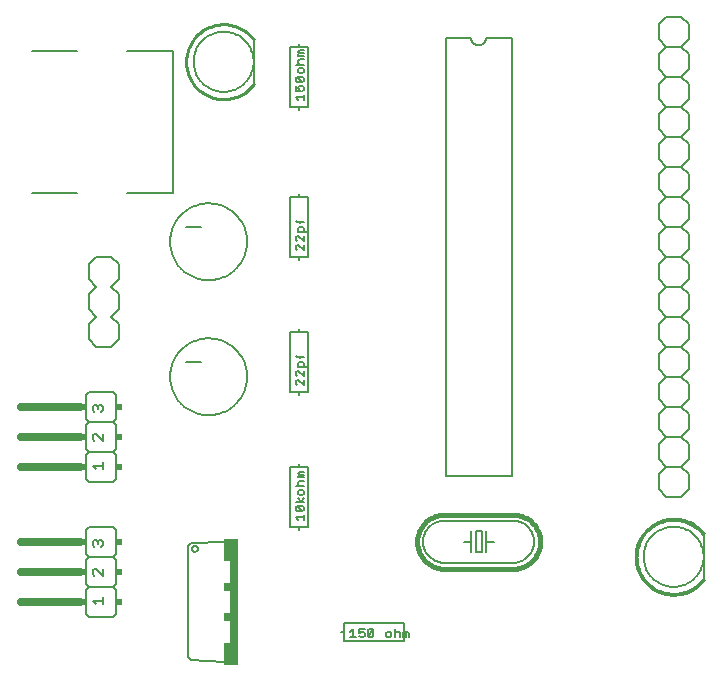
<source format=gto>
G75*
G70*
%OFA0B0*%
%FSLAX24Y24*%
%IPPOS*%
%LPD*%
%AMOC8*
5,1,8,0,0,1.08239X$1,22.5*
%
%ADD10C,0.0060*%
%ADD11C,0.0050*%
%ADD12R,0.0300X0.4200*%
%ADD13R,0.0200X0.0750*%
%ADD14R,0.0200X0.0300*%
%ADD15C,0.0080*%
%ADD16C,0.0100*%
%ADD17C,0.0160*%
%ADD18C,0.0260*%
%ADD19R,0.0200X0.0240*%
%ADD20C,0.0010*%
D10*
X003461Y002280D02*
X003461Y003080D01*
X003561Y003180D01*
X003461Y003280D01*
X003461Y004080D01*
X003561Y004180D01*
X004361Y004180D01*
X004461Y004080D01*
X004461Y003280D01*
X004361Y003180D01*
X004461Y003080D01*
X004461Y002280D01*
X004361Y002180D01*
X003561Y002180D01*
X003461Y002280D01*
X003561Y003180D02*
X004361Y003180D01*
X004361Y004180D02*
X004461Y004280D01*
X004461Y005080D01*
X004361Y005180D01*
X003561Y005180D01*
X003461Y005080D01*
X003461Y004280D01*
X003561Y004180D01*
X003561Y006680D02*
X003461Y006780D01*
X003461Y007580D01*
X003561Y007680D01*
X003461Y007780D01*
X003461Y008580D01*
X003561Y008680D01*
X004361Y008680D01*
X004461Y008580D01*
X004461Y007780D01*
X004361Y007680D01*
X004461Y007580D01*
X004461Y006780D01*
X004361Y006680D01*
X003561Y006680D01*
X003561Y007680D02*
X004361Y007680D01*
X004361Y008680D02*
X004461Y008780D01*
X004461Y009580D01*
X004361Y009680D01*
X003561Y009680D01*
X003461Y009580D01*
X003461Y008780D01*
X003561Y008680D01*
X015461Y006880D02*
X017661Y006880D01*
X017661Y021480D01*
X016811Y021480D01*
X016809Y021450D01*
X016804Y021420D01*
X016795Y021391D01*
X016782Y021364D01*
X016767Y021338D01*
X016748Y021314D01*
X016727Y021293D01*
X016703Y021274D01*
X016677Y021259D01*
X016650Y021246D01*
X016621Y021237D01*
X016591Y021232D01*
X016561Y021230D01*
X016531Y021232D01*
X016501Y021237D01*
X016472Y021246D01*
X016445Y021259D01*
X016419Y021274D01*
X016395Y021293D01*
X016374Y021314D01*
X016355Y021338D01*
X016340Y021364D01*
X016327Y021391D01*
X016318Y021420D01*
X016313Y021450D01*
X016311Y021480D01*
X015461Y021480D01*
X015461Y006880D01*
X015411Y005380D02*
X017711Y005380D01*
X017762Y005378D01*
X017813Y005373D01*
X017863Y005363D01*
X017913Y005350D01*
X017961Y005334D01*
X018008Y005314D01*
X018054Y005290D01*
X018097Y005264D01*
X018139Y005234D01*
X018178Y005201D01*
X018215Y005166D01*
X018249Y005128D01*
X018280Y005087D01*
X018309Y005045D01*
X018334Y005000D01*
X018355Y004954D01*
X018374Y004906D01*
X018388Y004857D01*
X018399Y004807D01*
X018407Y004757D01*
X018411Y004706D01*
X018411Y004654D01*
X018407Y004603D01*
X018399Y004553D01*
X018388Y004503D01*
X018374Y004454D01*
X018355Y004406D01*
X018334Y004360D01*
X018309Y004315D01*
X018280Y004273D01*
X018249Y004232D01*
X018215Y004194D01*
X018178Y004159D01*
X018139Y004126D01*
X018097Y004096D01*
X018054Y004070D01*
X018008Y004046D01*
X017961Y004026D01*
X017913Y004010D01*
X017863Y003997D01*
X017813Y003987D01*
X017762Y003982D01*
X017711Y003980D01*
X015411Y003980D01*
X015360Y003982D01*
X015309Y003987D01*
X015259Y003997D01*
X015209Y004010D01*
X015161Y004026D01*
X015114Y004046D01*
X015068Y004070D01*
X015025Y004096D01*
X014983Y004126D01*
X014944Y004159D01*
X014907Y004194D01*
X014873Y004232D01*
X014842Y004273D01*
X014813Y004315D01*
X014788Y004360D01*
X014767Y004406D01*
X014748Y004454D01*
X014734Y004503D01*
X014723Y004553D01*
X014715Y004603D01*
X014711Y004654D01*
X014711Y004706D01*
X014715Y004757D01*
X014723Y004807D01*
X014734Y004857D01*
X014748Y004906D01*
X014767Y004954D01*
X014788Y005000D01*
X014813Y005045D01*
X014842Y005087D01*
X014873Y005128D01*
X014907Y005166D01*
X014944Y005201D01*
X014983Y005234D01*
X015025Y005264D01*
X015068Y005290D01*
X015114Y005314D01*
X015161Y005334D01*
X015209Y005350D01*
X015259Y005363D01*
X015309Y005373D01*
X015360Y005378D01*
X015411Y005380D01*
X016061Y004680D02*
X016311Y004680D01*
X016311Y004330D01*
X016461Y004330D02*
X016461Y005030D01*
X016661Y005030D01*
X016661Y004330D01*
X016461Y004330D01*
X016811Y004330D02*
X016811Y004680D01*
X017061Y004680D01*
X016811Y004680D02*
X016811Y005030D01*
X016311Y005030D02*
X016311Y004680D01*
X022561Y006430D02*
X022811Y006180D01*
X023311Y006180D01*
X023561Y006430D01*
X023561Y006930D01*
X023311Y007180D01*
X023561Y007430D01*
X023561Y007930D01*
X023311Y008180D01*
X022811Y008180D01*
X022561Y007930D01*
X022561Y007430D01*
X022811Y007180D01*
X023311Y007180D01*
X022811Y007180D02*
X022561Y006930D01*
X022561Y006430D01*
X022811Y008180D02*
X022561Y008430D01*
X022561Y008930D01*
X022811Y009180D01*
X022561Y009430D01*
X022561Y009930D01*
X022811Y010180D01*
X022561Y010430D01*
X022561Y010930D01*
X022811Y011180D01*
X023311Y011180D01*
X023561Y010930D01*
X023561Y010430D01*
X023311Y010180D01*
X023561Y009930D01*
X023561Y009430D01*
X023311Y009180D01*
X023561Y008930D01*
X023561Y008430D01*
X023311Y008180D01*
X023311Y009180D02*
X022811Y009180D01*
X022811Y010180D02*
X023311Y010180D01*
X023311Y011180D02*
X023561Y011430D01*
X023561Y011930D01*
X023311Y012180D01*
X023561Y012430D01*
X023561Y012930D01*
X023311Y013180D01*
X023561Y013430D01*
X023561Y013930D01*
X023311Y014180D01*
X022811Y014180D01*
X022561Y013930D01*
X022561Y013430D01*
X022811Y013180D01*
X023311Y013180D01*
X022811Y013180D02*
X022561Y012930D01*
X022561Y012430D01*
X022811Y012180D01*
X023311Y012180D01*
X022811Y012180D02*
X022561Y011930D01*
X022561Y011430D01*
X022811Y011180D01*
X022811Y014180D02*
X022561Y014430D01*
X022561Y014930D01*
X022811Y015180D01*
X022561Y015430D01*
X022561Y015930D01*
X022811Y016180D01*
X022561Y016430D01*
X022561Y016930D01*
X022811Y017180D01*
X023311Y017180D01*
X023561Y016930D01*
X023561Y016430D01*
X023311Y016180D01*
X023561Y015930D01*
X023561Y015430D01*
X023311Y015180D01*
X023561Y014930D01*
X023561Y014430D01*
X023311Y014180D01*
X023311Y015180D02*
X022811Y015180D01*
X022811Y016180D02*
X023311Y016180D01*
X023311Y017180D02*
X023561Y017430D01*
X023561Y017930D01*
X023311Y018180D01*
X023561Y018430D01*
X023561Y018930D01*
X023311Y019180D01*
X023561Y019430D01*
X023561Y019930D01*
X023311Y020180D01*
X022811Y020180D01*
X022561Y019930D01*
X022561Y019430D01*
X022811Y019180D01*
X023311Y019180D01*
X022811Y019180D02*
X022561Y018930D01*
X022561Y018430D01*
X022811Y018180D01*
X023311Y018180D01*
X022811Y018180D02*
X022561Y017930D01*
X022561Y017430D01*
X022811Y017180D01*
X022811Y020180D02*
X022561Y020430D01*
X022561Y020930D01*
X022811Y021180D01*
X022561Y021430D01*
X022561Y021930D01*
X022811Y022180D01*
X023311Y022180D01*
X023561Y021930D01*
X023561Y021430D01*
X023311Y021180D01*
X023561Y020930D01*
X023561Y020430D01*
X023311Y020180D01*
X023311Y021180D02*
X022811Y021180D01*
X007061Y020680D02*
X007063Y020743D01*
X007069Y020805D01*
X007079Y020867D01*
X007092Y020929D01*
X007110Y020989D01*
X007131Y021048D01*
X007156Y021106D01*
X007185Y021162D01*
X007217Y021216D01*
X007252Y021268D01*
X007290Y021317D01*
X007332Y021365D01*
X007376Y021409D01*
X007424Y021451D01*
X007473Y021489D01*
X007525Y021524D01*
X007579Y021556D01*
X007635Y021585D01*
X007693Y021610D01*
X007752Y021631D01*
X007812Y021649D01*
X007874Y021662D01*
X007936Y021672D01*
X007998Y021678D01*
X008061Y021680D01*
X008124Y021678D01*
X008186Y021672D01*
X008248Y021662D01*
X008310Y021649D01*
X008370Y021631D01*
X008429Y021610D01*
X008487Y021585D01*
X008543Y021556D01*
X008597Y021524D01*
X008649Y021489D01*
X008698Y021451D01*
X008746Y021409D01*
X008790Y021365D01*
X008832Y021317D01*
X008870Y021268D01*
X008905Y021216D01*
X008937Y021162D01*
X008966Y021106D01*
X008991Y021048D01*
X009012Y020989D01*
X009030Y020929D01*
X009043Y020867D01*
X009053Y020805D01*
X009059Y020743D01*
X009061Y020680D01*
X009059Y020617D01*
X009053Y020555D01*
X009043Y020493D01*
X009030Y020431D01*
X009012Y020371D01*
X008991Y020312D01*
X008966Y020254D01*
X008937Y020198D01*
X008905Y020144D01*
X008870Y020092D01*
X008832Y020043D01*
X008790Y019995D01*
X008746Y019951D01*
X008698Y019909D01*
X008649Y019871D01*
X008597Y019836D01*
X008543Y019804D01*
X008487Y019775D01*
X008429Y019750D01*
X008370Y019729D01*
X008310Y019711D01*
X008248Y019698D01*
X008186Y019688D01*
X008124Y019682D01*
X008061Y019680D01*
X007998Y019682D01*
X007936Y019688D01*
X007874Y019698D01*
X007812Y019711D01*
X007752Y019729D01*
X007693Y019750D01*
X007635Y019775D01*
X007579Y019804D01*
X007525Y019836D01*
X007473Y019871D01*
X007424Y019909D01*
X007376Y019951D01*
X007332Y019995D01*
X007290Y020043D01*
X007252Y020092D01*
X007217Y020144D01*
X007185Y020198D01*
X007156Y020254D01*
X007131Y020312D01*
X007110Y020371D01*
X007092Y020431D01*
X007079Y020493D01*
X007069Y020555D01*
X007063Y020617D01*
X007061Y020680D01*
X022061Y004180D02*
X022063Y004243D01*
X022069Y004305D01*
X022079Y004367D01*
X022092Y004429D01*
X022110Y004489D01*
X022131Y004548D01*
X022156Y004606D01*
X022185Y004662D01*
X022217Y004716D01*
X022252Y004768D01*
X022290Y004817D01*
X022332Y004865D01*
X022376Y004909D01*
X022424Y004951D01*
X022473Y004989D01*
X022525Y005024D01*
X022579Y005056D01*
X022635Y005085D01*
X022693Y005110D01*
X022752Y005131D01*
X022812Y005149D01*
X022874Y005162D01*
X022936Y005172D01*
X022998Y005178D01*
X023061Y005180D01*
X023124Y005178D01*
X023186Y005172D01*
X023248Y005162D01*
X023310Y005149D01*
X023370Y005131D01*
X023429Y005110D01*
X023487Y005085D01*
X023543Y005056D01*
X023597Y005024D01*
X023649Y004989D01*
X023698Y004951D01*
X023746Y004909D01*
X023790Y004865D01*
X023832Y004817D01*
X023870Y004768D01*
X023905Y004716D01*
X023937Y004662D01*
X023966Y004606D01*
X023991Y004548D01*
X024012Y004489D01*
X024030Y004429D01*
X024043Y004367D01*
X024053Y004305D01*
X024059Y004243D01*
X024061Y004180D01*
X024059Y004117D01*
X024053Y004055D01*
X024043Y003993D01*
X024030Y003931D01*
X024012Y003871D01*
X023991Y003812D01*
X023966Y003754D01*
X023937Y003698D01*
X023905Y003644D01*
X023870Y003592D01*
X023832Y003543D01*
X023790Y003495D01*
X023746Y003451D01*
X023698Y003409D01*
X023649Y003371D01*
X023597Y003336D01*
X023543Y003304D01*
X023487Y003275D01*
X023429Y003250D01*
X023370Y003229D01*
X023310Y003211D01*
X023248Y003198D01*
X023186Y003188D01*
X023124Y003182D01*
X023061Y003180D01*
X022998Y003182D01*
X022936Y003188D01*
X022874Y003198D01*
X022812Y003211D01*
X022752Y003229D01*
X022693Y003250D01*
X022635Y003275D01*
X022579Y003304D01*
X022525Y003336D01*
X022473Y003371D01*
X022424Y003409D01*
X022376Y003451D01*
X022332Y003495D01*
X022290Y003543D01*
X022252Y003592D01*
X022217Y003644D01*
X022185Y003698D01*
X022156Y003754D01*
X022131Y003812D01*
X022110Y003871D01*
X022092Y003931D01*
X022079Y003993D01*
X022069Y004055D01*
X022063Y004117D01*
X022061Y004180D01*
D11*
X014234Y001640D02*
X014234Y001505D01*
X014144Y001505D02*
X014144Y001640D01*
X014189Y001685D01*
X014234Y001640D01*
X014144Y001640D02*
X014099Y001685D01*
X014054Y001685D01*
X014054Y001505D01*
X013940Y001505D02*
X013940Y001640D01*
X013895Y001685D01*
X013805Y001685D01*
X013760Y001640D01*
X013645Y001640D02*
X013645Y001550D01*
X013600Y001505D01*
X013510Y001505D01*
X013465Y001550D01*
X013465Y001640D01*
X013510Y001685D01*
X013600Y001685D01*
X013645Y001640D01*
X013760Y001775D02*
X013760Y001505D01*
X013056Y001550D02*
X013011Y001505D01*
X012921Y001505D01*
X012876Y001550D01*
X013056Y001730D01*
X013056Y001550D01*
X013056Y001730D02*
X013011Y001775D01*
X012921Y001775D01*
X012876Y001730D01*
X012876Y001550D01*
X012761Y001550D02*
X012716Y001505D01*
X012626Y001505D01*
X012581Y001550D01*
X012581Y001640D02*
X012671Y001685D01*
X012716Y001685D01*
X012761Y001640D01*
X012761Y001550D01*
X012581Y001640D02*
X012581Y001775D01*
X012761Y001775D01*
X012466Y001505D02*
X012286Y001505D01*
X012376Y001505D02*
X012376Y001775D01*
X012286Y001685D01*
X010736Y005405D02*
X010736Y005585D01*
X010736Y005495D02*
X010466Y005495D01*
X010556Y005405D01*
X010511Y005700D02*
X010466Y005745D01*
X010466Y005835D01*
X010511Y005880D01*
X010691Y005700D01*
X010736Y005745D01*
X010736Y005835D01*
X010691Y005880D01*
X010511Y005880D01*
X010466Y005994D02*
X010736Y005994D01*
X010646Y005994D02*
X010556Y006129D01*
X010601Y006240D02*
X010691Y006240D01*
X010736Y006285D01*
X010736Y006375D01*
X010691Y006420D01*
X010601Y006420D01*
X010556Y006375D01*
X010556Y006285D01*
X010601Y006240D01*
X010736Y006129D02*
X010646Y005994D01*
X010691Y005700D02*
X010511Y005700D01*
X010466Y006534D02*
X010736Y006534D01*
X010601Y006534D02*
X010556Y006580D01*
X010556Y006670D01*
X010601Y006715D01*
X010736Y006715D01*
X010736Y006829D02*
X010556Y006829D01*
X010556Y006874D01*
X010601Y006919D01*
X010556Y006964D01*
X010601Y007009D01*
X010736Y007009D01*
X010736Y006919D02*
X010601Y006919D01*
X008111Y004680D02*
X006961Y004630D01*
X006861Y004530D01*
X006861Y000830D01*
X006961Y000730D01*
X008111Y000680D01*
X004036Y002605D02*
X004036Y002832D01*
X004036Y002718D02*
X003696Y002718D01*
X003809Y002605D01*
X003753Y003555D02*
X003696Y003612D01*
X003696Y003725D01*
X003753Y003782D01*
X003809Y003782D01*
X004036Y003555D01*
X004036Y003782D01*
X003980Y004505D02*
X004036Y004562D01*
X004036Y004675D01*
X003980Y004732D01*
X003923Y004732D01*
X003866Y004675D01*
X003866Y004618D01*
X003866Y004675D02*
X003809Y004732D01*
X003753Y004732D01*
X003696Y004675D01*
X003696Y004562D01*
X003753Y004505D01*
X003809Y007105D02*
X003696Y007218D01*
X004036Y007218D01*
X004036Y007105D02*
X004036Y007332D01*
X004036Y008055D02*
X003809Y008282D01*
X003753Y008282D01*
X003696Y008225D01*
X003696Y008112D01*
X003753Y008055D01*
X004036Y008055D02*
X004036Y008282D01*
X003980Y009005D02*
X004036Y009062D01*
X004036Y009175D01*
X003980Y009232D01*
X003923Y009232D01*
X003866Y009175D01*
X003866Y009118D01*
X003866Y009175D02*
X003809Y009232D01*
X003753Y009232D01*
X003696Y009175D01*
X003696Y009062D01*
X003753Y009005D01*
X007001Y004450D02*
X007003Y004470D01*
X007009Y004488D01*
X007018Y004506D01*
X007030Y004521D01*
X007045Y004533D01*
X007063Y004542D01*
X007081Y004548D01*
X007101Y004550D01*
X007121Y004548D01*
X007139Y004542D01*
X007157Y004533D01*
X007172Y004521D01*
X007184Y004506D01*
X007193Y004488D01*
X007199Y004470D01*
X007201Y004450D01*
X007199Y004430D01*
X007193Y004412D01*
X007184Y004394D01*
X007172Y004379D01*
X007157Y004367D01*
X007139Y004358D01*
X007121Y004352D01*
X007101Y004350D01*
X007081Y004352D01*
X007063Y004358D01*
X007045Y004367D01*
X007030Y004379D01*
X007018Y004394D01*
X007009Y004412D01*
X007003Y004430D01*
X007001Y004450D01*
X010511Y009905D02*
X010466Y009950D01*
X010466Y010040D01*
X010511Y010085D01*
X010556Y010085D01*
X010736Y009905D01*
X010736Y010085D01*
X010736Y010200D02*
X010556Y010380D01*
X010511Y010380D01*
X010466Y010335D01*
X010466Y010245D01*
X010511Y010200D01*
X010736Y010200D02*
X010736Y010380D01*
X010736Y010494D02*
X010736Y010629D01*
X010691Y010674D01*
X010601Y010674D01*
X010556Y010629D01*
X010556Y010494D01*
X010826Y010494D01*
X010736Y010834D02*
X010511Y010834D01*
X010466Y010879D01*
X010601Y010879D02*
X010601Y010789D01*
X010511Y014405D02*
X010466Y014450D01*
X010466Y014540D01*
X010511Y014585D01*
X010556Y014585D01*
X010736Y014405D01*
X010736Y014585D01*
X010736Y014700D02*
X010556Y014880D01*
X010511Y014880D01*
X010466Y014835D01*
X010466Y014745D01*
X010511Y014700D01*
X010736Y014700D02*
X010736Y014880D01*
X010736Y014994D02*
X010736Y015129D01*
X010691Y015174D01*
X010601Y015174D01*
X010556Y015129D01*
X010556Y014994D01*
X010826Y014994D01*
X010601Y015289D02*
X010601Y015379D01*
X010511Y015334D02*
X010736Y015334D01*
X010511Y015334D02*
X010466Y015379D01*
X010556Y019405D02*
X010466Y019495D01*
X010736Y019495D01*
X010736Y019405D02*
X010736Y019585D01*
X010691Y019700D02*
X010736Y019745D01*
X010736Y019835D01*
X010691Y019880D01*
X010601Y019880D01*
X010556Y019835D01*
X010556Y019790D01*
X010601Y019700D01*
X010466Y019700D01*
X010466Y019880D01*
X010511Y019994D02*
X010466Y020039D01*
X010466Y020129D01*
X010511Y020174D01*
X010691Y019994D01*
X010736Y020039D01*
X010736Y020129D01*
X010691Y020174D01*
X010511Y020174D01*
X010601Y020289D02*
X010691Y020289D01*
X010736Y020334D01*
X010736Y020424D01*
X010691Y020469D01*
X010601Y020469D01*
X010556Y020424D01*
X010556Y020334D01*
X010601Y020289D01*
X010691Y019994D02*
X010511Y019994D01*
X010466Y020584D02*
X010736Y020584D01*
X010601Y020584D02*
X010556Y020629D01*
X010556Y020719D01*
X010601Y020764D01*
X010736Y020764D01*
X010736Y020878D02*
X010556Y020878D01*
X010556Y020923D01*
X010601Y020968D01*
X010556Y021013D01*
X010601Y021058D01*
X010736Y021058D01*
X010736Y020968D02*
X010601Y020968D01*
D12*
X008411Y002680D03*
D13*
X008161Y000955D03*
X008161Y004405D03*
D14*
X008161Y003180D03*
X008161Y002180D03*
D15*
X010261Y005180D02*
X010561Y005180D01*
X010561Y005080D01*
X010561Y005180D02*
X010861Y005180D01*
X010861Y007180D01*
X010561Y007180D01*
X010561Y007280D01*
X010561Y007180D02*
X010261Y007180D01*
X010261Y005180D01*
X012061Y001980D02*
X012061Y001680D01*
X011961Y001680D01*
X012061Y001680D02*
X012061Y001380D01*
X014061Y001380D01*
X014061Y001680D01*
X014161Y001680D01*
X014061Y001680D02*
X014061Y001980D01*
X012061Y001980D01*
X010561Y009580D02*
X010561Y009680D01*
X010261Y009680D01*
X010261Y011680D01*
X010561Y011680D01*
X010561Y011780D01*
X010561Y011680D02*
X010861Y011680D01*
X010861Y009680D01*
X010561Y009680D01*
X006281Y010180D02*
X006283Y010251D01*
X006289Y010322D01*
X006299Y010393D01*
X006313Y010462D01*
X006330Y010531D01*
X006352Y010599D01*
X006377Y010666D01*
X006406Y010731D01*
X006438Y010794D01*
X006474Y010856D01*
X006513Y010915D01*
X006556Y010972D01*
X006601Y011027D01*
X006650Y011079D01*
X006701Y011128D01*
X006755Y011174D01*
X006812Y011218D01*
X006870Y011258D01*
X006931Y011294D01*
X006994Y011328D01*
X007059Y011357D01*
X007125Y011383D01*
X007193Y011406D01*
X007261Y011424D01*
X007331Y011439D01*
X007401Y011450D01*
X007472Y011457D01*
X007543Y011460D01*
X007614Y011459D01*
X007685Y011454D01*
X007756Y011445D01*
X007826Y011432D01*
X007895Y011416D01*
X007963Y011395D01*
X008030Y011371D01*
X008096Y011343D01*
X008159Y011311D01*
X008221Y011276D01*
X008281Y011238D01*
X008339Y011196D01*
X008394Y011152D01*
X008447Y011104D01*
X008497Y011053D01*
X008544Y011000D01*
X008588Y010944D01*
X008629Y010886D01*
X008667Y010825D01*
X008701Y010763D01*
X008731Y010698D01*
X008758Y010633D01*
X008782Y010565D01*
X008801Y010497D01*
X008817Y010428D01*
X008829Y010357D01*
X008837Y010287D01*
X008841Y010216D01*
X008841Y010144D01*
X008837Y010073D01*
X008829Y010003D01*
X008817Y009932D01*
X008801Y009863D01*
X008782Y009795D01*
X008758Y009727D01*
X008731Y009662D01*
X008701Y009597D01*
X008667Y009535D01*
X008629Y009474D01*
X008588Y009416D01*
X008544Y009360D01*
X008497Y009307D01*
X008447Y009256D01*
X008394Y009208D01*
X008339Y009164D01*
X008281Y009122D01*
X008221Y009084D01*
X008159Y009049D01*
X008096Y009017D01*
X008030Y008989D01*
X007963Y008965D01*
X007895Y008944D01*
X007826Y008928D01*
X007756Y008915D01*
X007685Y008906D01*
X007614Y008901D01*
X007543Y008900D01*
X007472Y008903D01*
X007401Y008910D01*
X007331Y008921D01*
X007261Y008936D01*
X007193Y008954D01*
X007125Y008977D01*
X007059Y009003D01*
X006994Y009032D01*
X006931Y009066D01*
X006870Y009102D01*
X006812Y009142D01*
X006755Y009186D01*
X006701Y009232D01*
X006650Y009281D01*
X006601Y009333D01*
X006556Y009388D01*
X006513Y009445D01*
X006474Y009504D01*
X006438Y009566D01*
X006406Y009629D01*
X006377Y009694D01*
X006352Y009761D01*
X006330Y009829D01*
X006313Y009898D01*
X006299Y009967D01*
X006289Y010038D01*
X006283Y010109D01*
X006281Y010180D01*
X006811Y010680D02*
X007311Y010680D01*
X004561Y011430D02*
X004561Y011930D01*
X004311Y012180D01*
X004561Y012430D01*
X004561Y012930D01*
X004311Y013180D01*
X004561Y013430D01*
X004561Y013930D01*
X004311Y014180D01*
X003811Y014180D01*
X003561Y013930D01*
X003561Y013430D01*
X003811Y013180D01*
X003561Y012930D01*
X003561Y012430D01*
X003811Y012180D01*
X003561Y011930D01*
X003561Y011430D01*
X003811Y011180D01*
X004311Y011180D01*
X004561Y011430D01*
X006281Y014680D02*
X006283Y014751D01*
X006289Y014822D01*
X006299Y014893D01*
X006313Y014962D01*
X006330Y015031D01*
X006352Y015099D01*
X006377Y015166D01*
X006406Y015231D01*
X006438Y015294D01*
X006474Y015356D01*
X006513Y015415D01*
X006556Y015472D01*
X006601Y015527D01*
X006650Y015579D01*
X006701Y015628D01*
X006755Y015674D01*
X006812Y015718D01*
X006870Y015758D01*
X006931Y015794D01*
X006994Y015828D01*
X007059Y015857D01*
X007125Y015883D01*
X007193Y015906D01*
X007261Y015924D01*
X007331Y015939D01*
X007401Y015950D01*
X007472Y015957D01*
X007543Y015960D01*
X007614Y015959D01*
X007685Y015954D01*
X007756Y015945D01*
X007826Y015932D01*
X007895Y015916D01*
X007963Y015895D01*
X008030Y015871D01*
X008096Y015843D01*
X008159Y015811D01*
X008221Y015776D01*
X008281Y015738D01*
X008339Y015696D01*
X008394Y015652D01*
X008447Y015604D01*
X008497Y015553D01*
X008544Y015500D01*
X008588Y015444D01*
X008629Y015386D01*
X008667Y015325D01*
X008701Y015263D01*
X008731Y015198D01*
X008758Y015133D01*
X008782Y015065D01*
X008801Y014997D01*
X008817Y014928D01*
X008829Y014857D01*
X008837Y014787D01*
X008841Y014716D01*
X008841Y014644D01*
X008837Y014573D01*
X008829Y014503D01*
X008817Y014432D01*
X008801Y014363D01*
X008782Y014295D01*
X008758Y014227D01*
X008731Y014162D01*
X008701Y014097D01*
X008667Y014035D01*
X008629Y013974D01*
X008588Y013916D01*
X008544Y013860D01*
X008497Y013807D01*
X008447Y013756D01*
X008394Y013708D01*
X008339Y013664D01*
X008281Y013622D01*
X008221Y013584D01*
X008159Y013549D01*
X008096Y013517D01*
X008030Y013489D01*
X007963Y013465D01*
X007895Y013444D01*
X007826Y013428D01*
X007756Y013415D01*
X007685Y013406D01*
X007614Y013401D01*
X007543Y013400D01*
X007472Y013403D01*
X007401Y013410D01*
X007331Y013421D01*
X007261Y013436D01*
X007193Y013454D01*
X007125Y013477D01*
X007059Y013503D01*
X006994Y013532D01*
X006931Y013566D01*
X006870Y013602D01*
X006812Y013642D01*
X006755Y013686D01*
X006701Y013732D01*
X006650Y013781D01*
X006601Y013833D01*
X006556Y013888D01*
X006513Y013945D01*
X006474Y014004D01*
X006438Y014066D01*
X006406Y014129D01*
X006377Y014194D01*
X006352Y014261D01*
X006330Y014329D01*
X006313Y014398D01*
X006299Y014467D01*
X006289Y014538D01*
X006283Y014609D01*
X006281Y014680D01*
X006811Y015180D02*
X007311Y015180D01*
X006360Y016318D02*
X006360Y021042D01*
X004825Y021042D01*
X003171Y021042D02*
X001675Y021042D01*
X001675Y016318D02*
X003171Y016318D01*
X004825Y016318D02*
X006360Y016318D01*
X010261Y016180D02*
X010261Y014180D01*
X010561Y014180D01*
X010561Y014080D01*
X010561Y014180D02*
X010861Y014180D01*
X010861Y016180D01*
X010561Y016180D01*
X010561Y016280D01*
X010561Y016180D02*
X010261Y016180D01*
X010561Y019080D02*
X010561Y019180D01*
X010261Y019180D01*
X010261Y021180D01*
X010561Y021180D01*
X010561Y021280D01*
X010561Y021180D02*
X010861Y021180D01*
X010861Y019180D01*
X010561Y019180D01*
X009061Y019930D02*
X009061Y021430D01*
X024061Y004930D02*
X024061Y003430D01*
D16*
X009061Y019930D02*
X009018Y019876D01*
X008972Y019824D01*
X008923Y019775D01*
X008871Y019728D01*
X008817Y019685D01*
X008761Y019644D01*
X008702Y019607D01*
X008642Y019573D01*
X008579Y019543D01*
X008516Y019516D01*
X008450Y019492D01*
X008384Y019472D01*
X008316Y019456D01*
X008248Y019444D01*
X008179Y019436D01*
X008110Y019431D01*
X008040Y019430D01*
X007971Y019433D01*
X007902Y019440D01*
X007834Y019451D01*
X007766Y019465D01*
X007699Y019484D01*
X007633Y019506D01*
X007568Y019531D01*
X007505Y019560D01*
X007444Y019593D01*
X007385Y019629D01*
X007328Y019668D01*
X007272Y019710D01*
X007220Y019755D01*
X007170Y019803D01*
X007123Y019854D01*
X007078Y019908D01*
X007037Y019963D01*
X006999Y020021D01*
X006964Y020081D01*
X006932Y020143D01*
X006904Y020206D01*
X006880Y020271D01*
X006859Y020337D01*
X006842Y020405D01*
X006828Y020473D01*
X006819Y020542D01*
X006813Y020611D01*
X006811Y020680D01*
X006813Y020749D01*
X006819Y020818D01*
X006828Y020887D01*
X006842Y020955D01*
X006859Y021023D01*
X006880Y021089D01*
X006904Y021154D01*
X006932Y021217D01*
X006964Y021279D01*
X006999Y021339D01*
X007037Y021397D01*
X007078Y021452D01*
X007123Y021506D01*
X007170Y021557D01*
X007220Y021605D01*
X007272Y021650D01*
X007328Y021692D01*
X007385Y021731D01*
X007444Y021767D01*
X007505Y021800D01*
X007568Y021829D01*
X007633Y021854D01*
X007699Y021876D01*
X007766Y021895D01*
X007834Y021909D01*
X007902Y021920D01*
X007971Y021927D01*
X008040Y021930D01*
X008110Y021929D01*
X008179Y021924D01*
X008248Y021916D01*
X008316Y021904D01*
X008384Y021888D01*
X008450Y021868D01*
X008516Y021844D01*
X008579Y021817D01*
X008642Y021787D01*
X008702Y021753D01*
X008761Y021716D01*
X008817Y021675D01*
X008871Y021632D01*
X008923Y021585D01*
X008972Y021536D01*
X009018Y021484D01*
X009061Y021430D01*
D17*
X015411Y005580D02*
X017711Y005580D01*
X017770Y005578D01*
X017828Y005572D01*
X017887Y005563D01*
X017944Y005549D01*
X018000Y005532D01*
X018055Y005511D01*
X018109Y005487D01*
X018161Y005459D01*
X018211Y005428D01*
X018259Y005394D01*
X018304Y005357D01*
X018347Y005316D01*
X018388Y005273D01*
X018425Y005228D01*
X018459Y005180D01*
X018490Y005130D01*
X018518Y005078D01*
X018542Y005024D01*
X018563Y004969D01*
X018580Y004913D01*
X018594Y004856D01*
X018603Y004797D01*
X018609Y004739D01*
X018611Y004680D01*
X018609Y004621D01*
X018603Y004563D01*
X018594Y004504D01*
X018580Y004447D01*
X018563Y004391D01*
X018542Y004336D01*
X018518Y004282D01*
X018490Y004230D01*
X018459Y004180D01*
X018425Y004132D01*
X018388Y004087D01*
X018347Y004044D01*
X018304Y004003D01*
X018259Y003966D01*
X018211Y003932D01*
X018161Y003901D01*
X018109Y003873D01*
X018055Y003849D01*
X018000Y003828D01*
X017944Y003811D01*
X017887Y003797D01*
X017828Y003788D01*
X017770Y003782D01*
X017711Y003780D01*
X015411Y003780D01*
X015352Y003782D01*
X015294Y003788D01*
X015235Y003797D01*
X015178Y003811D01*
X015122Y003828D01*
X015067Y003849D01*
X015013Y003873D01*
X014961Y003901D01*
X014911Y003932D01*
X014863Y003966D01*
X014818Y004003D01*
X014775Y004044D01*
X014734Y004087D01*
X014697Y004132D01*
X014663Y004180D01*
X014632Y004230D01*
X014604Y004282D01*
X014580Y004336D01*
X014559Y004391D01*
X014542Y004447D01*
X014528Y004504D01*
X014519Y004563D01*
X014513Y004621D01*
X014511Y004680D01*
X014513Y004739D01*
X014519Y004797D01*
X014528Y004856D01*
X014542Y004913D01*
X014559Y004969D01*
X014580Y005024D01*
X014604Y005078D01*
X014632Y005130D01*
X014663Y005180D01*
X014697Y005228D01*
X014734Y005273D01*
X014775Y005316D01*
X014818Y005357D01*
X014863Y005394D01*
X014911Y005428D01*
X014961Y005459D01*
X015013Y005487D01*
X015067Y005511D01*
X015122Y005532D01*
X015178Y005549D01*
X015235Y005563D01*
X015294Y005572D01*
X015352Y005578D01*
X015411Y005580D01*
D18*
X003261Y002680D02*
X001311Y002680D01*
X001311Y003680D02*
X003261Y003680D01*
X003261Y004680D02*
X001311Y004680D01*
X001311Y007180D02*
X003261Y007180D01*
X003261Y008180D02*
X001311Y008180D01*
X001311Y009180D02*
X003261Y009180D01*
D19*
X003361Y009180D03*
X003361Y008180D03*
X003361Y007180D03*
X004561Y007180D03*
X004561Y008180D03*
X004561Y009180D03*
X004561Y004680D03*
X004561Y003680D03*
X004561Y002680D03*
X003361Y002680D03*
X003361Y003680D03*
X003361Y004680D03*
D20*
X024093Y004960D02*
X024021Y004906D01*
X024022Y004907D02*
X023979Y004960D01*
X023934Y005011D01*
X023885Y005059D01*
X023834Y005104D01*
X023780Y005147D01*
X023724Y005186D01*
X023666Y005222D01*
X023606Y005255D01*
X023545Y005284D01*
X023481Y005309D01*
X023417Y005331D01*
X023351Y005350D01*
X023284Y005364D01*
X023217Y005375D01*
X023149Y005382D01*
X023081Y005385D01*
X023012Y005384D01*
X022944Y005379D01*
X022876Y005371D01*
X022809Y005358D01*
X022743Y005342D01*
X022678Y005322D01*
X022613Y005299D01*
X022551Y005272D01*
X022490Y005241D01*
X022431Y005207D01*
X022373Y005170D01*
X022318Y005129D01*
X022266Y005085D01*
X022216Y005039D01*
X022169Y004990D01*
X022124Y004938D01*
X022083Y004884D01*
X022044Y004827D01*
X022009Y004768D01*
X021978Y004708D01*
X021950Y004646D01*
X021925Y004582D01*
X021904Y004517D01*
X021887Y004451D01*
X021873Y004384D01*
X021864Y004316D01*
X021858Y004248D01*
X021856Y004180D01*
X021858Y004112D01*
X021864Y004044D01*
X021873Y003976D01*
X021887Y003909D01*
X021904Y003843D01*
X021925Y003778D01*
X021950Y003714D01*
X021978Y003652D01*
X022009Y003592D01*
X022044Y003533D01*
X022083Y003476D01*
X022124Y003422D01*
X022169Y003370D01*
X022216Y003321D01*
X022266Y003275D01*
X022318Y003231D01*
X022373Y003190D01*
X022431Y003153D01*
X022490Y003119D01*
X022551Y003088D01*
X022613Y003061D01*
X022678Y003038D01*
X022743Y003018D01*
X022809Y003002D01*
X022876Y002989D01*
X022944Y002981D01*
X023012Y002976D01*
X023081Y002975D01*
X023149Y002978D01*
X023217Y002985D01*
X023284Y002996D01*
X023351Y003010D01*
X023417Y003029D01*
X023481Y003051D01*
X023545Y003076D01*
X023606Y003105D01*
X023666Y003138D01*
X023724Y003174D01*
X023780Y003213D01*
X023834Y003256D01*
X023885Y003301D01*
X023934Y003349D01*
X023979Y003400D01*
X024022Y003453D01*
X024093Y003400D01*
X024094Y003399D01*
X024050Y003344D01*
X024002Y003291D01*
X023952Y003240D01*
X023899Y003193D01*
X023844Y003149D01*
X023786Y003107D01*
X023726Y003069D01*
X023665Y003034D01*
X023601Y003003D01*
X023536Y002975D01*
X023469Y002951D01*
X023401Y002930D01*
X023332Y002914D01*
X023262Y002901D01*
X023192Y002892D01*
X023121Y002886D01*
X023050Y002885D01*
X022979Y002888D01*
X022908Y002894D01*
X022838Y002904D01*
X022769Y002918D01*
X022700Y002936D01*
X022632Y002958D01*
X022566Y002983D01*
X022501Y003012D01*
X022438Y003045D01*
X022377Y003081D01*
X022318Y003120D01*
X022261Y003162D01*
X022206Y003207D01*
X022154Y003256D01*
X022105Y003307D01*
X022058Y003360D01*
X022015Y003417D01*
X021975Y003475D01*
X021938Y003536D01*
X021904Y003598D01*
X021874Y003662D01*
X021847Y003728D01*
X021824Y003795D01*
X021805Y003864D01*
X021790Y003933D01*
X021778Y004003D01*
X021770Y004074D01*
X021766Y004145D01*
X021766Y004215D01*
X021770Y004286D01*
X021778Y004357D01*
X021790Y004427D01*
X021805Y004496D01*
X021824Y004565D01*
X021847Y004632D01*
X021874Y004698D01*
X021904Y004762D01*
X021938Y004824D01*
X021975Y004885D01*
X022015Y004943D01*
X022058Y005000D01*
X022105Y005053D01*
X022154Y005104D01*
X022206Y005153D01*
X022261Y005198D01*
X022318Y005240D01*
X022377Y005279D01*
X022438Y005315D01*
X022501Y005348D01*
X022566Y005377D01*
X022632Y005402D01*
X022700Y005424D01*
X022769Y005442D01*
X022838Y005456D01*
X022908Y005466D01*
X022979Y005472D01*
X023050Y005475D01*
X023121Y005474D01*
X023192Y005468D01*
X023262Y005459D01*
X023332Y005446D01*
X023401Y005430D01*
X023469Y005409D01*
X023536Y005385D01*
X023601Y005357D01*
X023665Y005326D01*
X023726Y005291D01*
X023786Y005253D01*
X023844Y005211D01*
X023899Y005167D01*
X023952Y005120D01*
X024002Y005069D01*
X024050Y005016D01*
X024094Y004961D01*
X024087Y004956D01*
X024042Y005011D01*
X023995Y005064D01*
X023944Y005115D01*
X023891Y005162D01*
X023835Y005207D01*
X023777Y005248D01*
X023717Y005286D01*
X023655Y005321D01*
X023591Y005352D01*
X023525Y005379D01*
X023458Y005403D01*
X023389Y005423D01*
X023320Y005440D01*
X023250Y005452D01*
X023179Y005461D01*
X023108Y005465D01*
X023037Y005466D01*
X022966Y005462D01*
X022895Y005455D01*
X022824Y005444D01*
X022755Y005429D01*
X022686Y005410D01*
X022618Y005387D01*
X022552Y005361D01*
X022487Y005331D01*
X022425Y005297D01*
X022364Y005261D01*
X022305Y005220D01*
X022248Y005177D01*
X022194Y005130D01*
X022143Y005081D01*
X022095Y005028D01*
X022049Y004974D01*
X022007Y004916D01*
X021968Y004857D01*
X021932Y004795D01*
X021899Y004732D01*
X021871Y004667D01*
X021845Y004600D01*
X021824Y004532D01*
X021806Y004463D01*
X021793Y004393D01*
X021783Y004322D01*
X021777Y004251D01*
X021775Y004180D01*
X021777Y004109D01*
X021783Y004038D01*
X021793Y003967D01*
X021806Y003897D01*
X021824Y003828D01*
X021845Y003760D01*
X021871Y003693D01*
X021899Y003628D01*
X021932Y003565D01*
X021968Y003503D01*
X022007Y003444D01*
X022049Y003386D01*
X022095Y003332D01*
X022143Y003279D01*
X022194Y003230D01*
X022248Y003183D01*
X022305Y003140D01*
X022364Y003099D01*
X022425Y003063D01*
X022487Y003029D01*
X022552Y002999D01*
X022618Y002973D01*
X022686Y002950D01*
X022755Y002931D01*
X022824Y002916D01*
X022895Y002905D01*
X022966Y002898D01*
X023037Y002894D01*
X023108Y002895D01*
X023179Y002899D01*
X023250Y002908D01*
X023320Y002920D01*
X023389Y002937D01*
X023458Y002957D01*
X023525Y002981D01*
X023591Y003008D01*
X023655Y003039D01*
X023717Y003074D01*
X023777Y003112D01*
X023835Y003153D01*
X023891Y003198D01*
X023944Y003245D01*
X023995Y003296D01*
X024042Y003349D01*
X024087Y003404D01*
X024080Y003410D01*
X024035Y003355D01*
X023988Y003302D01*
X023938Y003252D01*
X023885Y003205D01*
X023830Y003161D01*
X023772Y003119D01*
X023713Y003082D01*
X023651Y003047D01*
X023587Y003016D01*
X023522Y002989D01*
X023455Y002965D01*
X023387Y002945D01*
X023318Y002929D01*
X023249Y002917D01*
X023178Y002908D01*
X023108Y002904D01*
X023037Y002903D01*
X022966Y002907D01*
X022896Y002914D01*
X022826Y002925D01*
X022757Y002940D01*
X022689Y002959D01*
X022621Y002981D01*
X022556Y003007D01*
X022491Y003037D01*
X022429Y003070D01*
X022369Y003107D01*
X022310Y003147D01*
X022254Y003190D01*
X022200Y003236D01*
X022150Y003286D01*
X022101Y003337D01*
X022056Y003392D01*
X022014Y003449D01*
X021975Y003508D01*
X021940Y003569D01*
X021907Y003632D01*
X021879Y003697D01*
X021854Y003763D01*
X021833Y003831D01*
X021815Y003899D01*
X021802Y003969D01*
X021792Y004039D01*
X021786Y004109D01*
X021784Y004180D01*
X021786Y004251D01*
X021792Y004321D01*
X021802Y004391D01*
X021815Y004461D01*
X021833Y004529D01*
X021854Y004597D01*
X021879Y004663D01*
X021907Y004728D01*
X021940Y004791D01*
X021975Y004852D01*
X022014Y004911D01*
X022056Y004968D01*
X022101Y005023D01*
X022150Y005074D01*
X022200Y005124D01*
X022254Y005170D01*
X022310Y005213D01*
X022369Y005253D01*
X022429Y005290D01*
X022491Y005323D01*
X022556Y005353D01*
X022621Y005379D01*
X022689Y005401D01*
X022757Y005420D01*
X022826Y005435D01*
X022896Y005446D01*
X022966Y005453D01*
X023037Y005457D01*
X023108Y005456D01*
X023178Y005452D01*
X023249Y005443D01*
X023318Y005431D01*
X023387Y005415D01*
X023455Y005395D01*
X023522Y005371D01*
X023587Y005344D01*
X023651Y005313D01*
X023713Y005278D01*
X023772Y005241D01*
X023830Y005199D01*
X023885Y005155D01*
X023938Y005108D01*
X023988Y005058D01*
X024035Y005005D01*
X024080Y004950D01*
X024072Y004945D01*
X024028Y005000D01*
X023980Y005053D01*
X023930Y005103D01*
X023877Y005151D01*
X023821Y005195D01*
X023763Y005236D01*
X023703Y005273D01*
X023641Y005308D01*
X023577Y005338D01*
X023511Y005365D01*
X023444Y005389D01*
X023376Y005408D01*
X023306Y005424D01*
X023236Y005436D01*
X023166Y005444D01*
X023095Y005448D01*
X023024Y005447D01*
X022953Y005443D01*
X022882Y005435D01*
X022812Y005423D01*
X022743Y005407D01*
X022675Y005388D01*
X022607Y005364D01*
X022542Y005337D01*
X022478Y005306D01*
X022416Y005272D01*
X022356Y005234D01*
X022298Y005192D01*
X022242Y005148D01*
X022189Y005101D01*
X022139Y005050D01*
X022092Y004997D01*
X022047Y004942D01*
X022006Y004884D01*
X021969Y004824D01*
X021934Y004761D01*
X021903Y004697D01*
X021876Y004632D01*
X021853Y004565D01*
X021833Y004496D01*
X021817Y004427D01*
X021805Y004357D01*
X021797Y004286D01*
X021793Y004216D01*
X021793Y004144D01*
X021797Y004074D01*
X021805Y004003D01*
X021817Y003933D01*
X021833Y003864D01*
X021853Y003795D01*
X021876Y003728D01*
X021903Y003663D01*
X021934Y003599D01*
X021969Y003536D01*
X022006Y003476D01*
X022047Y003418D01*
X022092Y003363D01*
X022139Y003310D01*
X022189Y003259D01*
X022242Y003212D01*
X022298Y003168D01*
X022356Y003126D01*
X022416Y003088D01*
X022478Y003054D01*
X022542Y003023D01*
X022607Y002996D01*
X022675Y002972D01*
X022743Y002953D01*
X022812Y002937D01*
X022882Y002925D01*
X022953Y002917D01*
X023024Y002913D01*
X023095Y002912D01*
X023166Y002916D01*
X023236Y002924D01*
X023306Y002936D01*
X023376Y002952D01*
X023444Y002971D01*
X023511Y002995D01*
X023577Y003022D01*
X023641Y003052D01*
X023703Y003087D01*
X023763Y003124D01*
X023821Y003165D01*
X023877Y003209D01*
X023930Y003257D01*
X023980Y003307D01*
X024028Y003360D01*
X024072Y003415D01*
X024065Y003421D01*
X024021Y003366D01*
X023974Y003313D01*
X023924Y003263D01*
X023871Y003216D01*
X023816Y003172D01*
X023758Y003132D01*
X023699Y003094D01*
X023637Y003060D01*
X023573Y003030D01*
X023508Y003003D01*
X023441Y002980D01*
X023373Y002960D01*
X023305Y002945D01*
X023235Y002933D01*
X023165Y002925D01*
X023094Y002921D01*
X023024Y002922D01*
X022953Y002926D01*
X022883Y002934D01*
X022814Y002946D01*
X022745Y002961D01*
X022677Y002981D01*
X022611Y003004D01*
X022546Y003031D01*
X022482Y003062D01*
X022420Y003096D01*
X022361Y003134D01*
X022303Y003175D01*
X022248Y003219D01*
X022195Y003266D01*
X022146Y003316D01*
X022099Y003368D01*
X022055Y003424D01*
X022014Y003481D01*
X021976Y003541D01*
X021942Y003603D01*
X021912Y003666D01*
X021885Y003731D01*
X021861Y003798D01*
X021842Y003866D01*
X021826Y003935D01*
X021814Y004004D01*
X021806Y004074D01*
X021802Y004145D01*
X021802Y004215D01*
X021806Y004286D01*
X021814Y004356D01*
X021826Y004425D01*
X021842Y004494D01*
X021861Y004562D01*
X021885Y004629D01*
X021912Y004694D01*
X021942Y004757D01*
X021976Y004819D01*
X022014Y004879D01*
X022055Y004936D01*
X022099Y004992D01*
X022146Y005044D01*
X022195Y005094D01*
X022248Y005141D01*
X022303Y005185D01*
X022361Y005226D01*
X022420Y005264D01*
X022482Y005298D01*
X022546Y005329D01*
X022611Y005356D01*
X022677Y005379D01*
X022745Y005399D01*
X022814Y005414D01*
X022883Y005426D01*
X022953Y005434D01*
X023024Y005438D01*
X023094Y005439D01*
X023165Y005435D01*
X023235Y005427D01*
X023305Y005415D01*
X023373Y005400D01*
X023441Y005380D01*
X023508Y005357D01*
X023573Y005330D01*
X023637Y005300D01*
X023699Y005266D01*
X023758Y005228D01*
X023816Y005188D01*
X023871Y005144D01*
X023924Y005097D01*
X023974Y005047D01*
X024021Y004994D01*
X024065Y004939D01*
X024058Y004934D01*
X024014Y004989D01*
X023967Y005041D01*
X023918Y005090D01*
X023865Y005137D01*
X023811Y005180D01*
X023753Y005221D01*
X023694Y005258D01*
X023633Y005292D01*
X023569Y005322D01*
X023505Y005349D01*
X023438Y005372D01*
X023371Y005391D01*
X023303Y005406D01*
X023234Y005418D01*
X023164Y005426D01*
X023094Y005430D01*
X023024Y005429D01*
X022954Y005425D01*
X022885Y005417D01*
X022816Y005406D01*
X022747Y005390D01*
X022680Y005371D01*
X022614Y005347D01*
X022549Y005320D01*
X022486Y005290D01*
X022425Y005256D01*
X022366Y005219D01*
X022308Y005178D01*
X022254Y005134D01*
X022202Y005088D01*
X022152Y005038D01*
X022105Y004986D01*
X022062Y004931D01*
X022021Y004874D01*
X021984Y004815D01*
X021950Y004753D01*
X021920Y004690D01*
X021893Y004625D01*
X021870Y004559D01*
X021851Y004492D01*
X021835Y004424D01*
X021823Y004355D01*
X021815Y004285D01*
X021811Y004215D01*
X021811Y004145D01*
X021815Y004075D01*
X021823Y004005D01*
X021835Y003936D01*
X021851Y003868D01*
X021870Y003801D01*
X021893Y003735D01*
X021920Y003670D01*
X021950Y003607D01*
X021984Y003545D01*
X022021Y003486D01*
X022062Y003429D01*
X022105Y003374D01*
X022152Y003322D01*
X022202Y003272D01*
X022254Y003226D01*
X022308Y003182D01*
X022366Y003141D01*
X022425Y003104D01*
X022486Y003070D01*
X022549Y003040D01*
X022614Y003013D01*
X022680Y002989D01*
X022747Y002970D01*
X022816Y002954D01*
X022885Y002943D01*
X022954Y002935D01*
X023024Y002931D01*
X023094Y002930D01*
X023164Y002934D01*
X023234Y002942D01*
X023303Y002954D01*
X023371Y002969D01*
X023438Y002988D01*
X023505Y003011D01*
X023569Y003038D01*
X023633Y003068D01*
X023694Y003102D01*
X023753Y003139D01*
X023811Y003180D01*
X023865Y003223D01*
X023918Y003270D01*
X023967Y003319D01*
X024014Y003371D01*
X024058Y003426D01*
X024051Y003431D01*
X024007Y003377D01*
X023961Y003325D01*
X023912Y003276D01*
X023860Y003230D01*
X023805Y003187D01*
X023748Y003147D01*
X023689Y003110D01*
X023628Y003076D01*
X023566Y003046D01*
X023501Y003020D01*
X023436Y002997D01*
X023369Y002978D01*
X023301Y002962D01*
X023232Y002951D01*
X023163Y002943D01*
X023094Y002939D01*
X023024Y002940D01*
X022955Y002944D01*
X022886Y002951D01*
X022817Y002963D01*
X022750Y002979D01*
X022683Y002998D01*
X022617Y003021D01*
X022553Y003048D01*
X022490Y003078D01*
X022429Y003112D01*
X022371Y003149D01*
X022314Y003189D01*
X022260Y003232D01*
X022208Y003279D01*
X022159Y003328D01*
X022112Y003380D01*
X022069Y003434D01*
X022029Y003491D01*
X021992Y003550D01*
X021958Y003611D01*
X021928Y003674D01*
X021901Y003738D01*
X021878Y003803D01*
X021859Y003870D01*
X021844Y003938D01*
X021832Y004007D01*
X021824Y004076D01*
X021820Y004145D01*
X021820Y004215D01*
X021824Y004284D01*
X021832Y004353D01*
X021844Y004422D01*
X021859Y004490D01*
X021878Y004557D01*
X021901Y004622D01*
X021928Y004686D01*
X021958Y004749D01*
X021992Y004810D01*
X022029Y004869D01*
X022069Y004926D01*
X022112Y004980D01*
X022159Y005032D01*
X022208Y005081D01*
X022260Y005128D01*
X022314Y005171D01*
X022371Y005211D01*
X022429Y005248D01*
X022490Y005282D01*
X022553Y005312D01*
X022617Y005339D01*
X022683Y005362D01*
X022750Y005381D01*
X022817Y005397D01*
X022886Y005409D01*
X022955Y005416D01*
X023024Y005420D01*
X023094Y005421D01*
X023163Y005417D01*
X023232Y005409D01*
X023301Y005398D01*
X023369Y005382D01*
X023436Y005363D01*
X023501Y005340D01*
X023566Y005314D01*
X023628Y005284D01*
X023689Y005250D01*
X023748Y005213D01*
X023805Y005173D01*
X023860Y005130D01*
X023912Y005084D01*
X023961Y005035D01*
X024007Y004983D01*
X024051Y004929D01*
X024044Y004923D01*
X024000Y004977D01*
X023954Y005028D01*
X023905Y005077D01*
X023854Y005123D01*
X023800Y005166D01*
X023743Y005206D01*
X023685Y005242D01*
X023624Y005276D01*
X023562Y005306D01*
X023498Y005332D01*
X023433Y005354D01*
X023367Y005373D01*
X023299Y005389D01*
X023231Y005400D01*
X023163Y005408D01*
X023094Y005412D01*
X023025Y005411D01*
X022956Y005407D01*
X022887Y005400D01*
X022819Y005388D01*
X022752Y005373D01*
X022685Y005353D01*
X022620Y005330D01*
X022557Y005304D01*
X022494Y005274D01*
X022434Y005241D01*
X022376Y005204D01*
X022319Y005164D01*
X022265Y005121D01*
X022214Y005075D01*
X022165Y005026D01*
X022119Y004974D01*
X022076Y004920D01*
X022036Y004864D01*
X022000Y004805D01*
X021966Y004745D01*
X021936Y004683D01*
X021910Y004619D01*
X021887Y004554D01*
X021868Y004487D01*
X021853Y004420D01*
X021841Y004352D01*
X021833Y004283D01*
X021829Y004215D01*
X021829Y004145D01*
X021833Y004077D01*
X021841Y004008D01*
X021853Y003940D01*
X021868Y003873D01*
X021887Y003806D01*
X021910Y003741D01*
X021936Y003677D01*
X021966Y003615D01*
X022000Y003555D01*
X022036Y003496D01*
X022076Y003440D01*
X022119Y003386D01*
X022165Y003334D01*
X022214Y003285D01*
X022265Y003239D01*
X022319Y003196D01*
X022376Y003156D01*
X022434Y003119D01*
X022494Y003086D01*
X022557Y003056D01*
X022620Y003030D01*
X022685Y003007D01*
X022752Y002987D01*
X022819Y002972D01*
X022887Y002960D01*
X022956Y002953D01*
X023025Y002949D01*
X023094Y002948D01*
X023163Y002952D01*
X023231Y002960D01*
X023299Y002971D01*
X023367Y002987D01*
X023433Y003006D01*
X023498Y003028D01*
X023562Y003054D01*
X023624Y003084D01*
X023685Y003118D01*
X023743Y003154D01*
X023800Y003194D01*
X023854Y003237D01*
X023905Y003283D01*
X023954Y003332D01*
X024000Y003383D01*
X024044Y003437D01*
X024036Y003442D01*
X023993Y003388D01*
X023947Y003337D01*
X023897Y003288D01*
X023846Y003242D01*
X023791Y003199D01*
X023734Y003159D01*
X023676Y003123D01*
X023615Y003089D01*
X023552Y003060D01*
X023488Y003034D01*
X023422Y003012D01*
X023355Y002993D01*
X023288Y002978D01*
X023219Y002967D01*
X023150Y002960D01*
X023081Y002957D01*
X023012Y002958D01*
X022942Y002963D01*
X022874Y002971D01*
X022806Y002984D01*
X022738Y003000D01*
X022672Y003021D01*
X022607Y003044D01*
X022543Y003072D01*
X022481Y003103D01*
X022421Y003138D01*
X022363Y003176D01*
X022307Y003217D01*
X022254Y003261D01*
X022203Y003308D01*
X022155Y003358D01*
X022110Y003411D01*
X022068Y003466D01*
X022029Y003523D01*
X021994Y003583D01*
X021962Y003644D01*
X021933Y003707D01*
X021908Y003772D01*
X021887Y003838D01*
X021869Y003905D01*
X021856Y003973D01*
X021846Y004042D01*
X021840Y004111D01*
X021838Y004180D01*
X021840Y004249D01*
X021846Y004318D01*
X021856Y004387D01*
X021869Y004455D01*
X021887Y004522D01*
X021908Y004588D01*
X021933Y004653D01*
X021962Y004716D01*
X021994Y004777D01*
X022029Y004837D01*
X022068Y004894D01*
X022110Y004949D01*
X022155Y005002D01*
X022203Y005052D01*
X022254Y005099D01*
X022307Y005143D01*
X022363Y005184D01*
X022421Y005222D01*
X022481Y005257D01*
X022543Y005288D01*
X022607Y005316D01*
X022672Y005339D01*
X022738Y005360D01*
X022806Y005376D01*
X022874Y005389D01*
X022942Y005397D01*
X023012Y005402D01*
X023081Y005403D01*
X023150Y005400D01*
X023219Y005393D01*
X023288Y005382D01*
X023355Y005367D01*
X023422Y005348D01*
X023488Y005326D01*
X023552Y005300D01*
X023615Y005271D01*
X023676Y005237D01*
X023734Y005201D01*
X023791Y005161D01*
X023846Y005118D01*
X023897Y005072D01*
X023947Y005023D01*
X023993Y004972D01*
X024036Y004918D01*
X024029Y004912D01*
X023986Y004966D01*
X023940Y005017D01*
X023891Y005066D01*
X023840Y005111D01*
X023786Y005154D01*
X023729Y005193D01*
X023671Y005230D01*
X023611Y005263D01*
X023548Y005292D01*
X023485Y005318D01*
X023419Y005340D01*
X023353Y005358D01*
X023286Y005373D01*
X023218Y005384D01*
X023149Y005391D01*
X023081Y005394D01*
X023012Y005393D01*
X022943Y005388D01*
X022875Y005380D01*
X022807Y005367D01*
X022741Y005351D01*
X022675Y005331D01*
X022610Y005307D01*
X022547Y005280D01*
X022486Y005249D01*
X022426Y005215D01*
X022368Y005177D01*
X022313Y005136D01*
X022260Y005092D01*
X022210Y005045D01*
X022162Y004996D01*
X022117Y004944D01*
X022075Y004889D01*
X022037Y004832D01*
X022002Y004773D01*
X021970Y004712D01*
X021941Y004649D01*
X021917Y004585D01*
X021895Y004519D01*
X021878Y004453D01*
X021865Y004385D01*
X021855Y004317D01*
X021849Y004249D01*
X021847Y004180D01*
X021849Y004111D01*
X021855Y004043D01*
X021865Y003975D01*
X021878Y003907D01*
X021895Y003841D01*
X021917Y003775D01*
X021941Y003711D01*
X021970Y003648D01*
X022002Y003587D01*
X022037Y003528D01*
X022075Y003471D01*
X022117Y003416D01*
X022162Y003364D01*
X022210Y003315D01*
X022260Y003268D01*
X022313Y003224D01*
X022368Y003183D01*
X022426Y003145D01*
X022486Y003111D01*
X022547Y003080D01*
X022610Y003053D01*
X022675Y003029D01*
X022741Y003009D01*
X022807Y002993D01*
X022875Y002980D01*
X022943Y002972D01*
X023012Y002967D01*
X023081Y002966D01*
X023149Y002969D01*
X023218Y002976D01*
X023286Y002987D01*
X023353Y003002D01*
X023419Y003020D01*
X023485Y003042D01*
X023548Y003068D01*
X023611Y003097D01*
X023671Y003130D01*
X023729Y003167D01*
X023786Y003206D01*
X023840Y003249D01*
X023891Y003294D01*
X023940Y003343D01*
X023986Y003394D01*
X024029Y003448D01*
M02*

</source>
